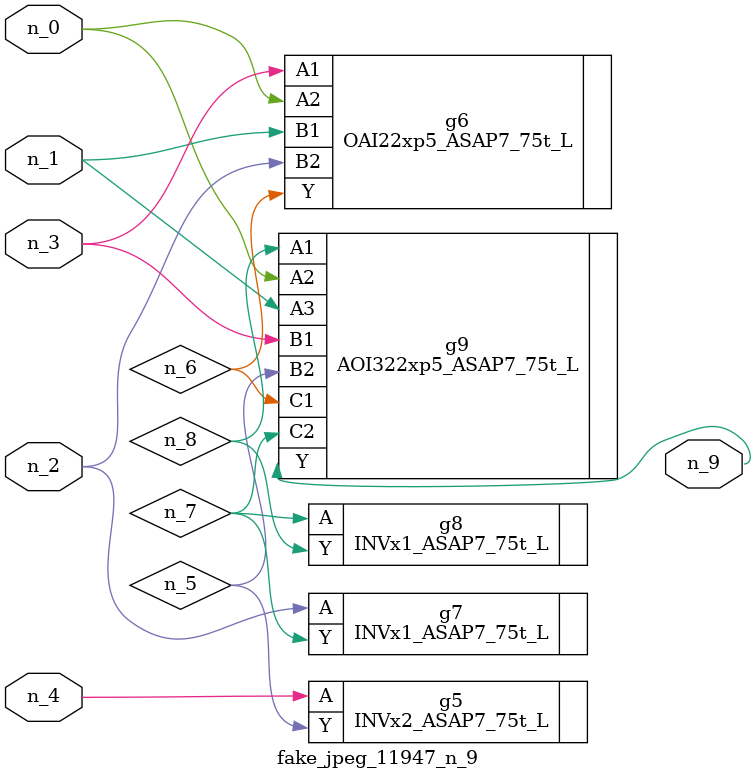
<source format=v>
module fake_jpeg_11947_n_9 (n_3, n_2, n_1, n_0, n_4, n_9);

input n_3;
input n_2;
input n_1;
input n_0;
input n_4;

output n_9;

wire n_8;
wire n_6;
wire n_5;
wire n_7;

INVx2_ASAP7_75t_L g5 ( 
.A(n_4),
.Y(n_5)
);

OAI22xp5_ASAP7_75t_L g6 ( 
.A1(n_3),
.A2(n_0),
.B1(n_1),
.B2(n_2),
.Y(n_6)
);

INVx1_ASAP7_75t_L g7 ( 
.A(n_2),
.Y(n_7)
);

INVx1_ASAP7_75t_L g8 ( 
.A(n_7),
.Y(n_8)
);

AOI322xp5_ASAP7_75t_L g9 ( 
.A1(n_8),
.A2(n_0),
.A3(n_1),
.B1(n_3),
.B2(n_5),
.C1(n_6),
.C2(n_7),
.Y(n_9)
);


endmodule
</source>
